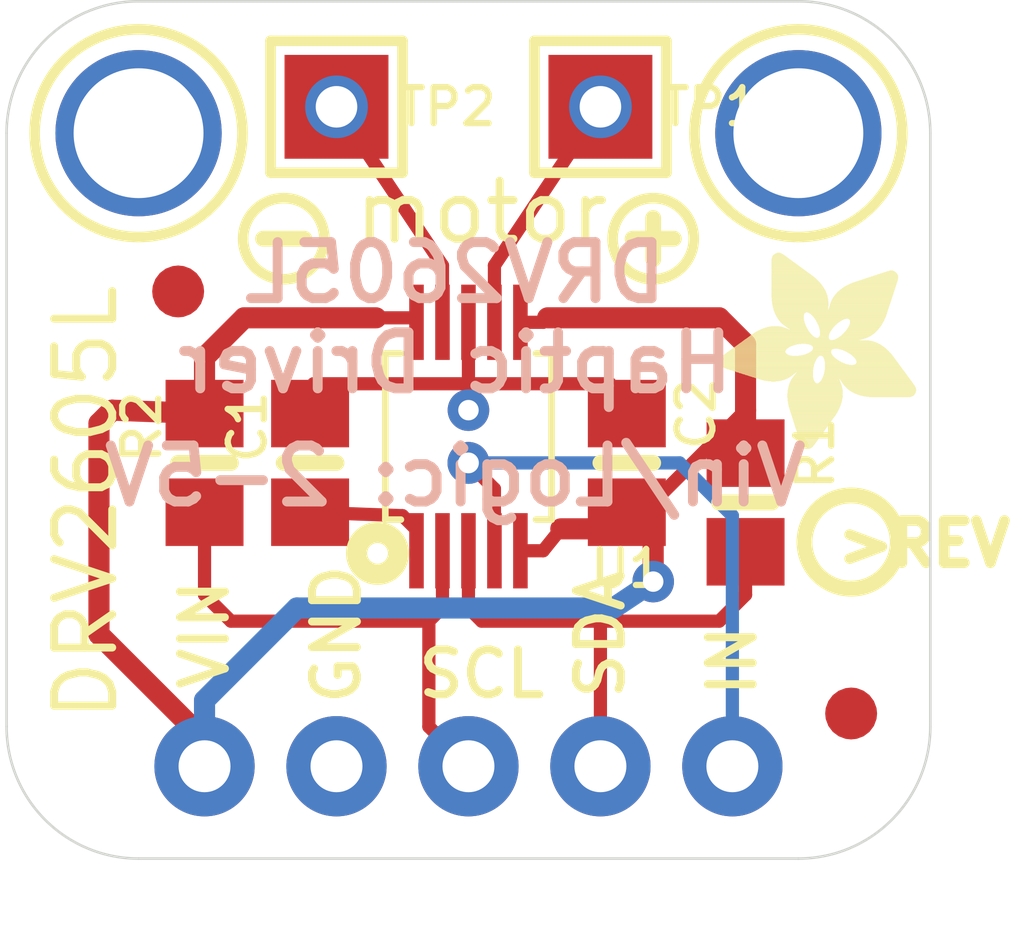
<source format=kicad_pcb>
(kicad_pcb (version 20211014) (generator pcbnew)
  (layers (0 "F.Cu" signal) (31 "B.Cu" signal) (34 "B.Paste" user) (35 "F.Paste" user) (36 "B.SilkS" user "B.Silkscreen") (37 "F.SilkS" user "F.Silkscreen") (38 "B.Mask" user) (39 "F.Mask" user) (44 "Edge.Cuts" user))
  (net 0 "")
  (net 1 "OUT+")
  (net 2 "OUT-")
  (net 3 "VIN")
  (net 4 "GND")
  (net 5 "SDA")
  (net 6 "SCL")
  (net 7 "N$5")
  (net 8 "IN/TRIG")
  (footprint "boardEagle:0805-NO" (layer "F.Cu") (at 151.5491 105.6386 90)
    (fp_text reference "C2" (at 0.1905 1.3335 90) (layer "F.SilkS") (effects (font (size 0.692831 0.692831) (thickness 0.119969)) (justify left)))
    (fp_text value "1uF")
    (pad "1" smd rect (at -0.95 0 90) (size 1.3 1.5) (layers "F.Cu" "F.Paste" "F.Mask") (net 3 "VIN"))
    (pad "2" smd rect (at 0.95 0 90) (size 1.3 1.5) (layers "F.Cu" "F.Paste" "F.Mask") (net 4 "GND"))
  )
  (footprint "boardEagle:1X05_ROUND_FULL_76" (layer "F.Cu") (at 148.5011 111.4806)
    (fp_text reference "JP1" hide)
    (fp_text value "")
    (pad "1" thru_hole circle (at -5.08 0 90) (size 1.9304 1.9304) (drill 1) (layers *.Cu *.Mask) (net 3 "VIN"))
    (pad "2" thru_hole circle (at -2.54 0 90) (size 1.9304 1.9304) (drill 1) (layers *.Cu *.Mask) (net 4 "GND"))
    (pad "3" thru_hole circle (at 0 0 90) (size 1.9304 1.9304) (drill 1) (layers *.Cu *.Mask) (net 6 "SCL"))
    (pad "4" thru_hole circle (at 2.54 0 90) (size 1.9304 1.9304) (drill 1) (layers *.Cu *.Mask) (net 5 "SDA"))
    (pad "5" thru_hole circle (at 5.08 0 90) (size 1.9304 1.9304) (drill 1) (layers *.Cu *.Mask) (net 8 "IN/TRIG"))
  )
  (footprint "boardEagle:FIDUCIAL_1MM" (layer "F.Cu") (at 155.8671 110.4646)
    (fp_text reference "FID1" hide)
    (fp_text value "FIDUCIAL\"\"" hide)
    (pad "1" smd roundrect (at 0 0) (size 1 1) (layers "F.Cu" "F.Mask") (roundrect_rratio 0.5))
  )
  (footprint "boardEagle:TESTPOINT_PAD_2MM" (layer "F.Cu") (at 151.0411 98.7806)
    (fp_text reference "TP1" (at 1.1 0) (layer "F.SilkS") (effects (font (size 0.692831 0.692831) (thickness 0.119969)) (justify left)))
    (fp_text value "")
    (pad "P$1" smd rect (at 0 0) (size 2 2) (layers "F.Cu" "F.Mask") (net 1 "OUT+"))
  )
  (footprint "boardEagle:0805-NO" (layer "F.Cu") (at 143.4211 105.6386 90)
    (fp_text reference "R2" (at -0.0635 -1.2065 90) (layer "F.SilkS") (effects (font (size 0.692831 0.692831) (thickness 0.119969)) (justify left)))
    (fp_text value "10K")
    (pad "1" smd rect (at -0.95 0 90) (size 1.3 1.5) (layers "F.Cu" "F.Paste" "F.Mask") (net 6 "SCL"))
    (pad "2" smd rect (at 0.95 0 90) (size 1.3 1.5) (layers "F.Cu" "F.Paste" "F.Mask") (net 3 "VIN"))
  )
  (footprint "boardEagle:ADAFRUIT_3.5MM" (layer "F.Cu") (at 157.1371 101.5746 180)
    (fp_text reference "U$18" hide)
    (fp_text value "" hide)
  )
  (footprint "boardEagle:SYMBOL_PLUS" (layer "F.Cu") (at 152.0571 101.3206 90)
    (fp_text reference "U$4" hide)
    (fp_text value "" hide)
  )
  (footprint "boardEagle:FIDUCIAL_1MM" (layer "F.Cu") (at 142.9131 102.3366)
    (fp_text reference "FID2" hide)
    (fp_text value "FIDUCIAL\"\"" hide)
    (pad "1" smd roundrect (at 0 0) (size 1 1) (layers "F.Cu" "F.Mask") (roundrect_rratio 0.5))
  )
  (footprint "boardEagle:0805-NO" (layer "F.Cu") (at 153.8351 106.4006 90)
    (fp_text reference "R1" (at 0.1905 1.3335 90) (layer "F.SilkS") (effects (font (size 0.692831 0.692831) (thickness 0.119969)) (justify left)))
    (fp_text value "10K")
    (pad "1" smd rect (at -0.95 0 90) (size 1.3 1.5) (layers "F.Cu" "F.Paste" "F.Mask") (net 5 "SDA"))
    (pad "2" smd rect (at 0.95 0 90) (size 1.3 1.5) (layers "F.Cu" "F.Paste" "F.Mask") (net 3 "VIN"))
  )
  (footprint "boardEagle:MOUNTINGHOLE_2.5_PLATED" (layer "F.Cu") (at 142.1511 99.2886)
    (fp_text reference "U$2" hide)
    (fp_text value "MOUNTINGHOLE2.5" hide)
    (pad "P$1" thru_hole circle (at 0 0) (size 3.2 3.2) (drill 2.5) (layers *.Cu *.Mask))
  )
  (footprint "boardEagle:TESTPOINT_PAD_2MM" (layer "F.Cu") (at 145.9611 98.7806)
    (fp_text reference "TP2" (at 1.1 0) (layer "F.SilkS") (effects (font (size 0.692831 0.692831) (thickness 0.119969)) (justify left)))
    (fp_text value "")
    (pad "P$1" smd rect (at 0 0) (size 2 2) (layers "F.Cu" "F.Mask") (net 2 "OUT-"))
  )
  (footprint "boardEagle:0805-NO" (layer "F.Cu") (at 145.4531 105.6386 -90)
    (fp_text reference "C1" (at 0.0635 1.2065 90) (layer "F.SilkS") (effects (font (size 0.692831 0.692831) (thickness 0.119969)) (justify left)))
    (fp_text value "1uF")
    (pad "1" smd rect (at -0.95 0 270) (size 1.3 1.5) (layers "F.Cu" "F.Paste" "F.Mask") (net 4 "GND"))
    (pad "2" smd rect (at 0.95 0 270) (size 1.3 1.5) (layers "F.Cu" "F.Paste" "F.Mask") (net 7 "N$5"))
  )
  (footprint "boardEagle:PCBFEAT-REV-040" (layer "F.Cu") (at 155.8671 107.1626)
    (fp_text reference "U$15" hide)
    (fp_text value "" hide)
    (fp_text user ">REV" (at -0.3556 0.508) (layer "F.SilkS") (effects (font (size 0.8128 0.8128) (thickness 0.2032)) (justify left bottom)))
  )
  (footprint "boardEagle:MOUNTINGHOLE_2.5_PLATED" (layer "F.Cu") (at 154.8511 99.2886)
    (fp_text reference "U$3" hide)
    (fp_text value "MOUNTINGHOLE2.5" hide)
    (pad "P$1" thru_hole circle (at 0 0) (size 3.2 3.2) (drill 2.5) (layers *.Cu *.Mask))
  )
  (footprint "boardEagle:PSOP10" (layer "F.Cu") (at 148.5011 105.1306)
    (fp_text reference "U1" (at 2.286 2.544) (layer "F.SilkS") (effects (font (size 0.692831 0.692831) (thickness 0.119969)) (justify left)))
    (fp_text value "DRV2605LDGS")
    (pad "1" smd rect (at -1 2.2 90) (size 1.45 0.28) (layers "F.Cu" "F.Paste") (net 7 "N$5"))
    (pad "2" smd rect (at -0.5 2.2 90) (size 1.45 0.28) (layers "F.Cu" "F.Paste") (net 6 "SCL"))
    (pad "3" smd rect (at 0 2.2 90) (size 1.45 0.28) (layers "F.Cu" "F.Paste") (net 5 "SDA"))
    (pad "4" smd rect (at 0.5 2.2 90) (size 1.45 0.28) (layers "F.Cu" "F.Paste") (net 8 "IN/TRIG"))
    (pad "5" smd rect (at 1 2.2 90) (size 1.45 0.28) (layers "F.Cu" "F.Paste") (net 3 "VIN"))
    (pad "6" smd rect (at 1 -2.2 270) (size 1.45 0.28) (layers "F.Cu" "F.Paste") (net 3 "VIN"))
    (pad "7" smd rect (at 0.5 -2.2 270) (size 1.45 0.28) (layers "F.Cu" "F.Paste") (net 1 "OUT+"))
    (pad "8" smd rect (at 0 -2.2 270) (size 1.45 0.28) (layers "F.Cu" "F.Paste") (net 4 "GND"))
    (pad "9" smd rect (at -0.5 -2.2 270) (size 1.45 0.28) (layers "F.Cu" "F.Paste") (net 2 "OUT-"))
    (pad "10" smd rect (at -1 -2.2 270) (size 1.45 0.28) (layers "F.Cu" "F.Paste") (net 3 "VIN"))
  )
  (footprint "boardEagle:SYMBOL_MINUS" (layer "F.Cu") (at 144.9451 101.3206)
    (fp_text reference "U$5" hide)
    (fp_text value "" hide)
  )
  (gr_arc (start 154.8511 96.7486) (mid 156.647151 97.492549) (end 157.3911 99.2886) (layer "Edge.Cuts") (width 0.05))
  (gr_line (start 139.6111 110.7186) (end 139.6111 99.2886) (layer "Edge.Cuts") (width 0.05))
  (gr_arc (start 157.3911 110.7186) (mid 156.647151 112.514651) (end 154.8511 113.2586) (layer "Edge.Cuts") (width 0.05))
  (gr_arc (start 142.1511 113.2586) (mid 140.355049 112.514651) (end 139.6111 110.7186) (layer "Edge.Cuts") (width 0.05))
  (gr_line (start 142.1511 96.7486) (end 154.8511 96.7486) (layer "Edge.Cuts") (width 0.05))
  (gr_line (start 154.8511 113.2586) (end 142.1511 113.2586) (layer "Edge.Cuts") (width 0.05))
  (gr_arc (start 139.6111 99.2886) (mid 140.355049 97.492549) (end 142.1511 96.7486) (layer "Edge.Cuts") (width 0.05))
  (gr_line (start 157.3911 99.2886) (end 157.3911 110.7186) (layer "Edge.Cuts") (width 0.05))
  (gr_text "Vin/Logic: 2-5V" (at 148.2471 105.8926) (layer "B.SilkS") (effects (font (size 1.0795 1.0795) (thickness 0.1905)) (justify mirror)))
  (gr_text "DRV2605L\nHaptic Driver" (at 148.2471 102.8446) (layer "B.SilkS") (effects (font (size 1.0795 1.0795) (thickness 0.1905)) (justify mirror)))
  (gr_text "GND" (at 145.9611 108.9406 90) (layer "F.SilkS") (effects (font (size 0.8636 0.8636) (thickness 0.1524))))
  (gr_text "SCL" (at 148.7551 109.7026) (layer "F.SilkS") (effects (font (size 0.8636 0.8636) (thickness 0.1524))))
  (gr_text "IN" (at 153.5811 109.4486 90) (layer "F.SilkS") (effects (font (size 0.8636 0.8636) (thickness 0.1524))))
  (gr_text "SDA" (at 151.0411 108.9406 90) (layer "F.SilkS") (effects (font (size 0.8636 0.8636) (thickness 0.1524))))
  (gr_text "VIN" (at 143.4211 108.9406 90) (layer "F.SilkS") (effects (font (size 0.8636 0.8636) (thickness 0.1524))))
  (gr_text "DRV2605L" (at 141.1351 106.4006 90) (layer "F.SilkS") (effects (font (size 1.1176 1.1176) (thickness 0.1524))))
  (gr_text "motor" (at 148.7551 100.8126) (layer "F.SilkS") (effects (font (size 1.1176 1.1176) (thickness 0.1524))))
  (segment (start 149.0011 102.9306) (end 149.0011 103.1286) (width 0.254) (layer "F.Cu") (net 1))
  (segment (start 149.0011 102.9306) (end 149.0011 101.8366) (width 0.254) (layer "F.Cu") (net 1))
  (segment (start 149.0011 101.8366) (end 151.0411 98.7806) (width 0.254) (layer "F.Cu") (net 1))
  (via (at 151.0411 98.7806) (size 1.2064) (drill 0.8) (layers "F.Cu" "B.Cu") (net 1))
  (segment (start 148.0011 101.8366) (end 145.9611 98.7806) (width 0.254) (layer "F.Cu") (net 2))
  (segment (start 148.0011 102.9306) (end 148.0011 103.0286) (width 0.254) (layer "F.Cu") (net 2))
  (segment (start 148.0011 102.9306) (end 148.0011 101.8366) (width 0.254) (layer "F.Cu") (net 2))
  (via (at 145.9611 98.7806) (size 1.2064) (drill 0.8) (layers "F.Cu" "B.Cu") (net 2))
  (segment (start 151.5491 106.5886) (end 151.2951 106.1466) (width 0.4064) (layer "F.Cu") (net 3))
  (segment (start 153.8351 104.6226) (end 153.9011 104.6226) (width 0.254) (layer "F.Cu") (net 3))
  (segment (start 153.3271 102.8446) (end 153.8351 103.3526) (width 0.4064) (layer "F.Cu") (net 3))
  (segment (start 150.0251 102.8446) (end 153.3271 102.8446) (width 0.4064) (layer "F.Cu") (net 3))
  (segment (start 144.1831 102.8446) (end 146.7231 102.8446) (width 0.4064) (layer "F.Cu") (net 3))
  (segment (start 151.8691 106.5886) (end 153.8351 104.6226) (width 0.254) (layer "F.Cu") (net 3))
  (segment (start 141.3891 104.8766) (end 141.6431 104.6226) (width 0.4064) (layer "F.Cu") (net 3))
  (segment (start 151.2951 106.1466) (end 152.0571 106.9086) (width 0.4064) (layer "F.Cu") (net 3))
  (segment (start 153.8351 103.3526) (end 153.8351 104.6226) (width 0.4064) (layer "F.Cu") (net 3))
  (segment (start 149.9391 102.9306) (end 150.0251 102.8446) (width 0.254) (layer "F.Cu") (net 3))
  (segment (start 152.0571 106.9086) (end 152.0571 106.8426) (width 0.4064) (layer "F.Cu") (net 3))
  (segment (start 143.4211 104.6886) (end 143.4211 103.6066) (width 0.4064) (layer "F.Cu") (net 3))
  (segment (start 141.3891 108.9406) (end 141.3891 104.8766) (width 0.4064) (layer "F.Cu") (net 3))
  (segment (start 150.2791 106.9086) (end 152.0571 106.9086) (width 0.4064) (layer "F.Cu") (net 3))
  (segment (start 143.4211 103.6066) (end 144.1831 102.8446) (width 0.4064) (layer "F.Cu") (net 3))
  (segment (start 143.4211 110.9726) (end 141.3891 108.9406) (width 0.4064) (layer "F.Cu") (net 3))
  (segment (start 146.7231 102.8446) (end 147.4151 102.8446) (width 0.254) (layer "F.Cu") (net 3))
  (segment (start 147.4151 102.8446) (end 147.5011 102.9306) (width 0.254) (layer "F.Cu") (net 3))
  (segment (start 153.9011 104.6226) (end 153.8351 105.4506) (width 0.254) (layer "F.Cu") (net 3))
  (segment (start 153.8351 104.6226) (end 153.8351 105.4506) (width 0.4064) (layer "F.Cu") (net 3))
  (segment (start 152.0571 106.9086) (end 152.0571 107.9246) (width 0.4064) (layer "F.Cu") (net 3))
  (segment (start 141.6431 104.6226) (end 143.4211 104.6886) (width 0.4064) (layer "F.Cu") (net 3))
  (segment (start 149.5011 107.3306) (end 149.9391 107.3306) (width 0.254) (layer "F.Cu") (net 3))
  (segment (start 143.4211 111.4806) (end 143.4211 110.9726) (width 0.4064) (layer "F.Cu") (net 3))
  (segment (start 151.5491 106.5886) (end 151.8691 106.5886) (width 0.254) (layer "F.Cu") (net 3))
  (segment (start 149.5011 102.9306) (end 149.9391 102.9306) (width 0.254) (layer "F.Cu") (net 3))
  (segment (start 149.9391 107.3306) (end 150.2791 106.9086) (width 0.254) (layer "F.Cu") (net 3))
  (via (at 152.0571 107.9246) (size 0.8001) (drill 0.3937) (layers "F.Cu" "B.Cu") (net 3))
  (segment (start 145.1991 108.4326) (end 151.2951 108.4326) (width 0.4064) (layer "B.Cu") (net 3))
  (segment (start 151.2951 108.4326) (end 152.0571 107.9246) (width 0.4064) (layer "B.Cu") (net 3))
  (segment (start 143.4211 110.2106) (end 145.1991 108.4326) (width 0.4064) (layer "B.Cu") (net 3))
  (segment (start 143.4211 111.4806) (end 143.4211 110.2106) (width 0.4064) (layer "B.Cu") (net 3))
  (segment (start 148.5011 104.1146) (end 151.2291 104.1146) (width 0.254) (layer "F.Cu") (net 4))
  (segment (start 148.5011 104.1146) (end 145.5191 104.1146) (width 0.254) (layer "F.Cu") (net 4))
  (segment (start 151.2291 104.1146) (end 151.5491 104.6886) (width 0.254) (layer "F.Cu") (net 4))
  (segment (start 148.5011 104.6226) (end 148.5011 104.1146) (width 0.254) (layer "F.Cu") (net 4))
  (segment (start 145.5191 104.1146) (end 145.4531 104.6886) (width 0.254) (layer "F.Cu") (net 4))
  (segment (start 148.5011 102.9306) (end 148.5011 104.6226) (width 0.254) (layer "F.Cu") (net 4))
  (via (at 148.5011 104.6226) (size 0.8001) (drill 0.3937) (layers "F.Cu" "B.Cu") (net 4))
  (segment (start 151.0411 108.6866) (end 153.3271 108.6866) (width 0.254) (layer "F.Cu") (net 5))
  (segment (start 153.3271 108.6866) (end 153.8351 108.1786) (width 0.254) (layer "F.Cu") (net 5))
  (segment (start 148.5011 108.4326) (end 148.7551 108.6866) (width 0.254) (layer "F.Cu") (net 5))
  (segment (start 148.5011 107.3306) (end 148.5011 108.4326) (width 0.254) (layer "F.Cu") (net 5))
  (segment (start 151.0411 111.4806) (end 151.0411 108.6866) (width 0.254) (layer "F.Cu") (net 5))
  (segment (start 148.7551 108.6866) (end 151.0411 108.6866) (width 0.254) (layer "F.Cu") (net 5))
  (segment (start 153.8351 108.1786) (end 153.8351 107.3506) (width 0.254) (layer "F.Cu") (net 5))
  (segment (start 148.0011 107.3306) (end 148.0011 108.4246) (width 0.254) (layer "F.Cu") (net 6))
  (segment (start 143.9291 108.6866) (end 143.4211 108.1786) (width 0.254) (layer "F.Cu") (net 6))
  (segment (start 147.7391 110.7186) (end 148.5011 111.4806) (width 0.254) (layer "F.Cu") (net 6))
  (segment (start 147.7391 108.6866) (end 147.7391 110.7186) (width 0.254) (layer "F.Cu") (net 6))
  (segment (start 143.4211 108.1786) (end 143.4211 106.5886) (width 0.254) (layer "F.Cu") (net 6))
  (segment (start 147.7391 108.6866) (end 143.9291 108.6866) (width 0.254) (layer "F.Cu") (net 6))
  (segment (start 148.0011 108.4246) (end 147.7391 108.6866) (width 0.254) (layer "F.Cu") (net 6))
  (segment (start 147.5011 106.9246) (end 147.2311 106.6546) (width 0.254) (layer "F.Cu") (net 7))
  (segment (start 147.2311 106.6546) (end 145.4531 106.5886) (width 0.254) (layer "F.Cu") (net 7))
  (segment (start 147.5011 107.3306) (end 147.5011 106.9246) (width 0.254) (layer "F.Cu") (net 7))
  (segment (start 149.0011 107.3306) (end 149.0011 106.1386) (width 0.254) (layer "F.Cu") (net 8))
  (segment (start 149.0011 106.1386) (end 148.5011 105.6386) (width 0.254) (layer "F.Cu") (net 8))
  (via (at 148.5011 105.6386) (size 0.8064) (drill 0.4) (layers "F.Cu" "B.Cu") (net 8))
  (segment (start 152.5651 105.6386) (end 153.5811 106.6546) (width 0.254) (layer "B.Cu") (net 8))
  (segment (start 148.5011 105.6386) (end 152.5651 105.6386) (width 0.254) (layer "B.Cu") (net 8))
  (segment (start 153.5811 106.6546) (end 153.5811 111.4806) (width 0.254) (layer "B.Cu") (net 8))
)
</source>
